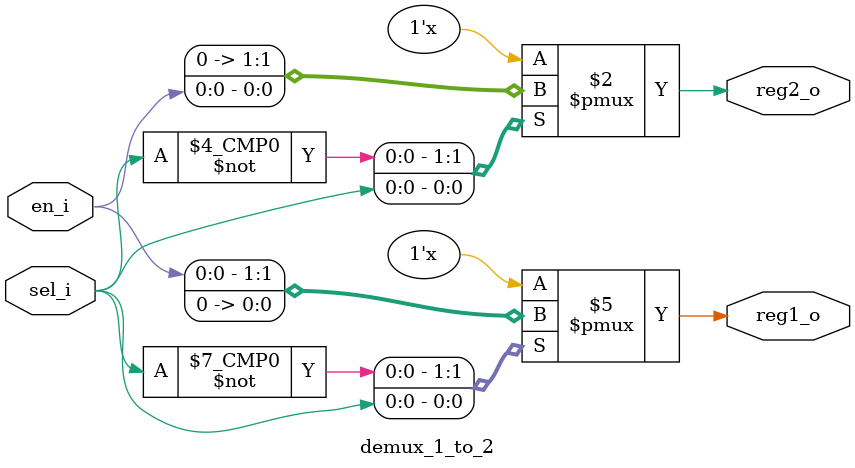
<source format=sv>
`timescale 1ns / 1ps

module demux_1_to_2(
    input   logic   en_i,
    input   logic   sel_i,
    output  logic   reg1_o,
    output  logic   reg2_o
    );
    
    always_comb begin
        unique case (sel_i)
            0: begin 
                reg1_o = en_i; 
                reg2_o = 1'b0;
            end
            
            1: begin 
                reg2_o = en_i; 
                reg1_o = 1'b0;
            end
            
        endcase    
    end
    
endmodule
</source>
